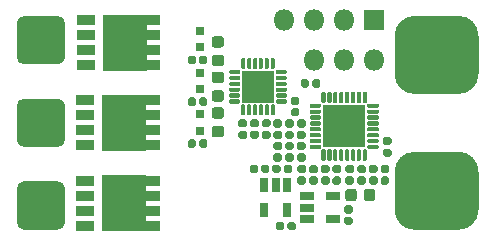
<source format=gbr>
%TF.GenerationSoftware,KiCad,Pcbnew,(5.1.6-0-10_14)*%
%TF.CreationDate,2021-03-16T08:34:44-04:00*%
%TF.ProjectId,F051_ESC,46303531-5f45-4534-932e-6b696361645f,rev?*%
%TF.SameCoordinates,Original*%
%TF.FileFunction,Soldermask,Bot*%
%TF.FilePolarity,Negative*%
%FSLAX46Y46*%
G04 Gerber Fmt 4.6, Leading zero omitted, Abs format (unit mm)*
G04 Created by KiCad (PCBNEW (5.1.6-0-10_14)) date 2021-03-16 08:34:44*
%MOMM*%
%LPD*%
G01*
G04 APERTURE LIST*
%ADD10O,1.801600X1.801600*%
%ADD11R,1.801600X1.801600*%
%ADD12R,3.851600X4.801600*%
%ADD13R,1.151600X0.951600*%
%ADD14R,1.551600X0.951600*%
%ADD15R,0.751600X1.161600*%
%ADD16R,1.161600X0.751600*%
%ADD17R,0.801600X0.701600*%
%ADD18R,3.551600X3.551600*%
%ADD19R,2.801600X2.801600*%
G04 APERTURE END LIST*
D10*
%TO.C,J3*%
X242550000Y-71330000D03*
X245090000Y-71330000D03*
X247630000Y-71330000D03*
D11*
X250170000Y-71330000D03*
%TD*%
D12*
%TO.C,Q5*%
X229050000Y-86800000D03*
D13*
X231450000Y-88705000D03*
X231450000Y-87435000D03*
X231450000Y-86165000D03*
X231450000Y-84895000D03*
D14*
X225750000Y-84895000D03*
X225750000Y-86165000D03*
X225750000Y-87435000D03*
X225750000Y-88705000D03*
%TD*%
D15*
%TO.C,U7*%
X240920000Y-87420000D03*
X242820000Y-87420000D03*
X242820000Y-85220000D03*
X241870000Y-85220000D03*
X240920000Y-85220000D03*
%TD*%
D10*
%TO.C,J6*%
X245090000Y-74710000D03*
X247630000Y-74710000D03*
X250170000Y-74710000D03*
%TD*%
%TO.C,C2*%
G36*
G01*
X244700800Y-76462100D02*
X244700800Y-76857900D01*
G75*
G02*
X244527900Y-77030800I-172900J0D01*
G01*
X244182100Y-77030800D01*
G75*
G02*
X244009200Y-76857900I0J172900D01*
G01*
X244009200Y-76462100D01*
G75*
G02*
X244182100Y-76289200I172900J0D01*
G01*
X244527900Y-76289200D01*
G75*
G02*
X244700800Y-76462100I0J-172900D01*
G01*
G37*
G36*
G01*
X245670800Y-76462100D02*
X245670800Y-76857900D01*
G75*
G02*
X245497900Y-77030800I-172900J0D01*
G01*
X245152100Y-77030800D01*
G75*
G02*
X244979200Y-76857900I0J172900D01*
G01*
X244979200Y-76462100D01*
G75*
G02*
X245152100Y-76289200I172900J0D01*
G01*
X245497900Y-76289200D01*
G75*
G02*
X245670800Y-76462100I0J-172900D01*
G01*
G37*
%TD*%
%TO.C,J1*%
G36*
G01*
X257400400Y-77550800D02*
X253599600Y-77550800D01*
G75*
G02*
X251949200Y-75900400I0J1650400D01*
G01*
X251949200Y-72599600D01*
G75*
G02*
X253599600Y-70949200I1650400J0D01*
G01*
X257400400Y-70949200D01*
G75*
G02*
X259050800Y-72599600I0J-1650400D01*
G01*
X259050800Y-75900400D01*
G75*
G02*
X257400400Y-77550800I-1650400J0D01*
G01*
G37*
G36*
G01*
X257400400Y-89050800D02*
X253599600Y-89050800D01*
G75*
G02*
X251949200Y-87400400I0J1650400D01*
G01*
X251949200Y-84099600D01*
G75*
G02*
X253599600Y-82449200I1650400J0D01*
G01*
X257400400Y-82449200D01*
G75*
G02*
X259050800Y-84099600I0J-1650400D01*
G01*
X259050800Y-87400400D01*
G75*
G02*
X257400400Y-89050800I-1650400J0D01*
G01*
G37*
%TD*%
%TO.C,R3*%
G36*
G01*
X242569200Y-84097900D02*
X242569200Y-83702100D01*
G75*
G02*
X242742100Y-83529200I172900J0D01*
G01*
X243087900Y-83529200D01*
G75*
G02*
X243260800Y-83702100I0J-172900D01*
G01*
X243260800Y-84097900D01*
G75*
G02*
X243087900Y-84270800I-172900J0D01*
G01*
X242742100Y-84270800D01*
G75*
G02*
X242569200Y-84097900I0J172900D01*
G01*
G37*
G36*
G01*
X241599200Y-84097900D02*
X241599200Y-83702100D01*
G75*
G02*
X241772100Y-83529200I172900J0D01*
G01*
X242117900Y-83529200D01*
G75*
G02*
X242290800Y-83702100I0J-172900D01*
G01*
X242290800Y-84097900D01*
G75*
G02*
X242117900Y-84270800I-172900J0D01*
G01*
X241772100Y-84270800D01*
G75*
G02*
X241599200Y-84097900I0J172900D01*
G01*
G37*
%TD*%
%TO.C,C8*%
G36*
G01*
X240659200Y-84097900D02*
X240659200Y-83702100D01*
G75*
G02*
X240832100Y-83529200I172900J0D01*
G01*
X241177900Y-83529200D01*
G75*
G02*
X241350800Y-83702100I0J-172900D01*
G01*
X241350800Y-84097900D01*
G75*
G02*
X241177900Y-84270800I-172900J0D01*
G01*
X240832100Y-84270800D01*
G75*
G02*
X240659200Y-84097900I0J172900D01*
G01*
G37*
G36*
G01*
X239689200Y-84097900D02*
X239689200Y-83702100D01*
G75*
G02*
X239862100Y-83529200I172900J0D01*
G01*
X240207900Y-83529200D01*
G75*
G02*
X240380800Y-83702100I0J-172900D01*
G01*
X240380800Y-84097900D01*
G75*
G02*
X240207900Y-84270800I-172900J0D01*
G01*
X239862100Y-84270800D01*
G75*
G02*
X239689200Y-84097900I0J172900D01*
G01*
G37*
%TD*%
%TO.C,R2*%
G36*
G01*
X242600800Y-88542100D02*
X242600800Y-88937900D01*
G75*
G02*
X242427900Y-89110800I-172900J0D01*
G01*
X242082100Y-89110800D01*
G75*
G02*
X241909200Y-88937900I0J172900D01*
G01*
X241909200Y-88542100D01*
G75*
G02*
X242082100Y-88369200I172900J0D01*
G01*
X242427900Y-88369200D01*
G75*
G02*
X242600800Y-88542100I0J-172900D01*
G01*
G37*
G36*
G01*
X243570800Y-88542100D02*
X243570800Y-88937900D01*
G75*
G02*
X243397900Y-89110800I-172900J0D01*
G01*
X243052100Y-89110800D01*
G75*
G02*
X242879200Y-88937900I0J172900D01*
G01*
X242879200Y-88542100D01*
G75*
G02*
X243052100Y-88369200I172900J0D01*
G01*
X243397900Y-88369200D01*
G75*
G02*
X243570800Y-88542100I0J-172900D01*
G01*
G37*
%TD*%
%TO.C,C7*%
G36*
G01*
X247842100Y-87959200D02*
X248237900Y-87959200D01*
G75*
G02*
X248410800Y-88132100I0J-172900D01*
G01*
X248410800Y-88477900D01*
G75*
G02*
X248237900Y-88650800I-172900J0D01*
G01*
X247842100Y-88650800D01*
G75*
G02*
X247669200Y-88477900I0J172900D01*
G01*
X247669200Y-88132100D01*
G75*
G02*
X247842100Y-87959200I172900J0D01*
G01*
G37*
G36*
G01*
X247842100Y-86989200D02*
X248237900Y-86989200D01*
G75*
G02*
X248410800Y-87162100I0J-172900D01*
G01*
X248410800Y-87507900D01*
G75*
G02*
X248237900Y-87680800I-172900J0D01*
G01*
X247842100Y-87680800D01*
G75*
G02*
X247669200Y-87507900I0J172900D01*
G01*
X247669200Y-87162100D01*
G75*
G02*
X247842100Y-86989200I172900J0D01*
G01*
G37*
%TD*%
%TO.C,FB1*%
G36*
G01*
X249349200Y-86391650D02*
X249349200Y-85828350D01*
G75*
G02*
X249593350Y-85584200I244150J0D01*
G01*
X250081650Y-85584200D01*
G75*
G02*
X250325800Y-85828350I0J-244150D01*
G01*
X250325800Y-86391650D01*
G75*
G02*
X250081650Y-86635800I-244150J0D01*
G01*
X249593350Y-86635800D01*
G75*
G02*
X249349200Y-86391650I0J244150D01*
G01*
G37*
G36*
G01*
X247774200Y-86391650D02*
X247774200Y-85828350D01*
G75*
G02*
X248018350Y-85584200I244150J0D01*
G01*
X248506650Y-85584200D01*
G75*
G02*
X248750800Y-85828350I0J-244150D01*
G01*
X248750800Y-86391650D01*
G75*
G02*
X248506650Y-86635800I-244150J0D01*
G01*
X248018350Y-86635800D01*
G75*
G02*
X247774200Y-86391650I0J244150D01*
G01*
G37*
%TD*%
%TO.C,C6*%
G36*
G01*
X248952100Y-84539200D02*
X249347900Y-84539200D01*
G75*
G02*
X249520800Y-84712100I0J-172900D01*
G01*
X249520800Y-85057900D01*
G75*
G02*
X249347900Y-85230800I-172900J0D01*
G01*
X248952100Y-85230800D01*
G75*
G02*
X248779200Y-85057900I0J172900D01*
G01*
X248779200Y-84712100D01*
G75*
G02*
X248952100Y-84539200I172900J0D01*
G01*
G37*
G36*
G01*
X248952100Y-83569200D02*
X249347900Y-83569200D01*
G75*
G02*
X249520800Y-83742100I0J-172900D01*
G01*
X249520800Y-84087900D01*
G75*
G02*
X249347900Y-84260800I-172900J0D01*
G01*
X248952100Y-84260800D01*
G75*
G02*
X248779200Y-84087900I0J172900D01*
G01*
X248779200Y-83742100D01*
G75*
G02*
X248952100Y-83569200I172900J0D01*
G01*
G37*
%TD*%
D16*
%TO.C,U5*%
X246720000Y-88130000D03*
X246720000Y-86230000D03*
X244520000Y-86230000D03*
X244520000Y-87180000D03*
X244520000Y-88130000D03*
%TD*%
D17*
%TO.C,D4*%
X235500000Y-79290000D03*
X235500000Y-80690000D03*
%TD*%
%TO.C,D3*%
X235500000Y-72210000D03*
X235500000Y-73610000D03*
%TD*%
%TO.C,D2*%
X235500000Y-75750000D03*
X235500000Y-77150000D03*
%TD*%
%TO.C,J4*%
G36*
G01*
X223435560Y-75050800D02*
X220564440Y-75050800D01*
G75*
G02*
X219949200Y-74435560I0J615240D01*
G01*
X219949200Y-71564440D01*
G75*
G02*
X220564440Y-70949200I615240J0D01*
G01*
X223435560Y-70949200D01*
G75*
G02*
X224050800Y-71564440I0J-615240D01*
G01*
X224050800Y-74435560D01*
G75*
G02*
X223435560Y-75050800I-615240J0D01*
G01*
G37*
G36*
G01*
X223435560Y-82050800D02*
X220564440Y-82050800D01*
G75*
G02*
X219949200Y-81435560I0J615240D01*
G01*
X219949200Y-78564440D01*
G75*
G02*
X220564440Y-77949200I615240J0D01*
G01*
X223435560Y-77949200D01*
G75*
G02*
X224050800Y-78564440I0J-615240D01*
G01*
X224050800Y-81435560D01*
G75*
G02*
X223435560Y-82050800I-615240J0D01*
G01*
G37*
G36*
G01*
X223435560Y-89050800D02*
X220564440Y-89050800D01*
G75*
G02*
X219949200Y-88435560I0J615240D01*
G01*
X219949200Y-85564440D01*
G75*
G02*
X220564440Y-84949200I615240J0D01*
G01*
X223435560Y-84949200D01*
G75*
G02*
X224050800Y-85564440I0J-615240D01*
G01*
X224050800Y-88435560D01*
G75*
G02*
X223435560Y-89050800I-615240J0D01*
G01*
G37*
%TD*%
%TO.C,C12*%
G36*
G01*
X236698350Y-77239200D02*
X237261650Y-77239200D01*
G75*
G02*
X237505800Y-77483350I0J-244150D01*
G01*
X237505800Y-77971650D01*
G75*
G02*
X237261650Y-78215800I-244150J0D01*
G01*
X236698350Y-78215800D01*
G75*
G02*
X236454200Y-77971650I0J244150D01*
G01*
X236454200Y-77483350D01*
G75*
G02*
X236698350Y-77239200I244150J0D01*
G01*
G37*
G36*
G01*
X236698350Y-75664200D02*
X237261650Y-75664200D01*
G75*
G02*
X237505800Y-75908350I0J-244150D01*
G01*
X237505800Y-76396650D01*
G75*
G02*
X237261650Y-76640800I-244150J0D01*
G01*
X236698350Y-76640800D01*
G75*
G02*
X236454200Y-76396650I0J244150D01*
G01*
X236454200Y-75908350D01*
G75*
G02*
X236698350Y-75664200I244150J0D01*
G01*
G37*
%TD*%
%TO.C,C11*%
G36*
G01*
X243322100Y-78769200D02*
X243717900Y-78769200D01*
G75*
G02*
X243890800Y-78942100I0J-172900D01*
G01*
X243890800Y-79287900D01*
G75*
G02*
X243717900Y-79460800I-172900J0D01*
G01*
X243322100Y-79460800D01*
G75*
G02*
X243149200Y-79287900I0J172900D01*
G01*
X243149200Y-78942100D01*
G75*
G02*
X243322100Y-78769200I172900J0D01*
G01*
G37*
G36*
G01*
X243322100Y-77799200D02*
X243717900Y-77799200D01*
G75*
G02*
X243890800Y-77972100I0J-172900D01*
G01*
X243890800Y-78317900D01*
G75*
G02*
X243717900Y-78490800I-172900J0D01*
G01*
X243322100Y-78490800D01*
G75*
G02*
X243149200Y-78317900I0J172900D01*
G01*
X243149200Y-77972100D01*
G75*
G02*
X243322100Y-77799200I172900J0D01*
G01*
G37*
%TD*%
%TO.C,R15*%
G36*
G01*
X242852100Y-82589200D02*
X243247900Y-82589200D01*
G75*
G02*
X243420800Y-82762100I0J-172900D01*
G01*
X243420800Y-83107900D01*
G75*
G02*
X243247900Y-83280800I-172900J0D01*
G01*
X242852100Y-83280800D01*
G75*
G02*
X242679200Y-83107900I0J172900D01*
G01*
X242679200Y-82762100D01*
G75*
G02*
X242852100Y-82589200I172900J0D01*
G01*
G37*
G36*
G01*
X242852100Y-81619200D02*
X243247900Y-81619200D01*
G75*
G02*
X243420800Y-81792100I0J-172900D01*
G01*
X243420800Y-82137900D01*
G75*
G02*
X243247900Y-82310800I-172900J0D01*
G01*
X242852100Y-82310800D01*
G75*
G02*
X242679200Y-82137900I0J172900D01*
G01*
X242679200Y-81792100D01*
G75*
G02*
X242852100Y-81619200I172900J0D01*
G01*
G37*
%TD*%
D12*
%TO.C,Q3*%
X229050000Y-80000000D03*
D13*
X231450000Y-81905000D03*
X231450000Y-80635000D03*
X231450000Y-79365000D03*
X231450000Y-78095000D03*
D14*
X225750000Y-78095000D03*
X225750000Y-79365000D03*
X225750000Y-80635000D03*
X225750000Y-81905000D03*
%TD*%
D12*
%TO.C,Q1*%
X229090000Y-73200000D03*
D13*
X231490000Y-75105000D03*
X231490000Y-73835000D03*
X231490000Y-72565000D03*
X231490000Y-71295000D03*
D14*
X225790000Y-71295000D03*
X225790000Y-72565000D03*
X225790000Y-73835000D03*
X225790000Y-75105000D03*
%TD*%
%TO.C,C1*%
G36*
G01*
X250932100Y-84539200D02*
X251327900Y-84539200D01*
G75*
G02*
X251500800Y-84712100I0J-172900D01*
G01*
X251500800Y-85057900D01*
G75*
G02*
X251327900Y-85230800I-172900J0D01*
G01*
X250932100Y-85230800D01*
G75*
G02*
X250759200Y-85057900I0J172900D01*
G01*
X250759200Y-84712100D01*
G75*
G02*
X250932100Y-84539200I172900J0D01*
G01*
G37*
G36*
G01*
X250932100Y-83569200D02*
X251327900Y-83569200D01*
G75*
G02*
X251500800Y-83742100I0J-172900D01*
G01*
X251500800Y-84087900D01*
G75*
G02*
X251327900Y-84260800I-172900J0D01*
G01*
X250932100Y-84260800D01*
G75*
G02*
X250759200Y-84087900I0J172900D01*
G01*
X250759200Y-83742100D01*
G75*
G02*
X250932100Y-83569200I172900J0D01*
G01*
G37*
%TD*%
%TO.C,R24*%
G36*
G01*
X243892100Y-84539200D02*
X244287900Y-84539200D01*
G75*
G02*
X244460800Y-84712100I0J-172900D01*
G01*
X244460800Y-85057900D01*
G75*
G02*
X244287900Y-85230800I-172900J0D01*
G01*
X243892100Y-85230800D01*
G75*
G02*
X243719200Y-85057900I0J172900D01*
G01*
X243719200Y-84712100D01*
G75*
G02*
X243892100Y-84539200I172900J0D01*
G01*
G37*
G36*
G01*
X243892100Y-83569200D02*
X244287900Y-83569200D01*
G75*
G02*
X244460800Y-83742100I0J-172900D01*
G01*
X244460800Y-84087900D01*
G75*
G02*
X244287900Y-84260800I-172900J0D01*
G01*
X243892100Y-84260800D01*
G75*
G02*
X243719200Y-84087900I0J172900D01*
G01*
X243719200Y-83742100D01*
G75*
G02*
X243892100Y-83569200I172900J0D01*
G01*
G37*
%TD*%
%TO.C,R23*%
G36*
G01*
X251122100Y-82179200D02*
X251517900Y-82179200D01*
G75*
G02*
X251690800Y-82352100I0J-172900D01*
G01*
X251690800Y-82697900D01*
G75*
G02*
X251517900Y-82870800I-172900J0D01*
G01*
X251122100Y-82870800D01*
G75*
G02*
X250949200Y-82697900I0J172900D01*
G01*
X250949200Y-82352100D01*
G75*
G02*
X251122100Y-82179200I172900J0D01*
G01*
G37*
G36*
G01*
X251122100Y-81209200D02*
X251517900Y-81209200D01*
G75*
G02*
X251690800Y-81382100I0J-172900D01*
G01*
X251690800Y-81727900D01*
G75*
G02*
X251517900Y-81900800I-172900J0D01*
G01*
X251122100Y-81900800D01*
G75*
G02*
X250949200Y-81727900I0J172900D01*
G01*
X250949200Y-81382100D01*
G75*
G02*
X251122100Y-81209200I172900J0D01*
G01*
G37*
%TD*%
%TO.C,R21*%
G36*
G01*
X244882100Y-84539200D02*
X245277900Y-84539200D01*
G75*
G02*
X245450800Y-84712100I0J-172900D01*
G01*
X245450800Y-85057900D01*
G75*
G02*
X245277900Y-85230800I-172900J0D01*
G01*
X244882100Y-85230800D01*
G75*
G02*
X244709200Y-85057900I0J172900D01*
G01*
X244709200Y-84712100D01*
G75*
G02*
X244882100Y-84539200I172900J0D01*
G01*
G37*
G36*
G01*
X244882100Y-83569200D02*
X245277900Y-83569200D01*
G75*
G02*
X245450800Y-83742100I0J-172900D01*
G01*
X245450800Y-84087900D01*
G75*
G02*
X245277900Y-84260800I-172900J0D01*
G01*
X244882100Y-84260800D01*
G75*
G02*
X244709200Y-84087900I0J172900D01*
G01*
X244709200Y-83742100D01*
G75*
G02*
X244882100Y-83569200I172900J0D01*
G01*
G37*
%TD*%
%TO.C,R20*%
G36*
G01*
X244237900Y-82310800D02*
X243842100Y-82310800D01*
G75*
G02*
X243669200Y-82137900I0J172900D01*
G01*
X243669200Y-81792100D01*
G75*
G02*
X243842100Y-81619200I172900J0D01*
G01*
X244237900Y-81619200D01*
G75*
G02*
X244410800Y-81792100I0J-172900D01*
G01*
X244410800Y-82137900D01*
G75*
G02*
X244237900Y-82310800I-172900J0D01*
G01*
G37*
G36*
G01*
X244237900Y-83280800D02*
X243842100Y-83280800D01*
G75*
G02*
X243669200Y-83107900I0J172900D01*
G01*
X243669200Y-82762100D01*
G75*
G02*
X243842100Y-82589200I172900J0D01*
G01*
X244237900Y-82589200D01*
G75*
G02*
X244410800Y-82762100I0J-172900D01*
G01*
X244410800Y-83107900D01*
G75*
G02*
X244237900Y-83280800I-172900J0D01*
G01*
G37*
%TD*%
%TO.C,R19*%
G36*
G01*
X247257900Y-84260800D02*
X246862100Y-84260800D01*
G75*
G02*
X246689200Y-84087900I0J172900D01*
G01*
X246689200Y-83742100D01*
G75*
G02*
X246862100Y-83569200I172900J0D01*
G01*
X247257900Y-83569200D01*
G75*
G02*
X247430800Y-83742100I0J-172900D01*
G01*
X247430800Y-84087900D01*
G75*
G02*
X247257900Y-84260800I-172900J0D01*
G01*
G37*
G36*
G01*
X247257900Y-85230800D02*
X246862100Y-85230800D01*
G75*
G02*
X246689200Y-85057900I0J172900D01*
G01*
X246689200Y-84712100D01*
G75*
G02*
X246862100Y-84539200I172900J0D01*
G01*
X247257900Y-84539200D01*
G75*
G02*
X247430800Y-84712100I0J-172900D01*
G01*
X247430800Y-85057900D01*
G75*
G02*
X247257900Y-85230800I-172900J0D01*
G01*
G37*
%TD*%
%TO.C,R18*%
G36*
G01*
X246267900Y-84260800D02*
X245872100Y-84260800D01*
G75*
G02*
X245699200Y-84087900I0J172900D01*
G01*
X245699200Y-83742100D01*
G75*
G02*
X245872100Y-83569200I172900J0D01*
G01*
X246267900Y-83569200D01*
G75*
G02*
X246440800Y-83742100I0J-172900D01*
G01*
X246440800Y-84087900D01*
G75*
G02*
X246267900Y-84260800I-172900J0D01*
G01*
G37*
G36*
G01*
X246267900Y-85230800D02*
X245872100Y-85230800D01*
G75*
G02*
X245699200Y-85057900I0J172900D01*
G01*
X245699200Y-84712100D01*
G75*
G02*
X245872100Y-84539200I172900J0D01*
G01*
X246267900Y-84539200D01*
G75*
G02*
X246440800Y-84712100I0J-172900D01*
G01*
X246440800Y-85057900D01*
G75*
G02*
X246267900Y-85230800I-172900J0D01*
G01*
G37*
%TD*%
%TO.C,R17*%
G36*
G01*
X241862100Y-82589200D02*
X242257900Y-82589200D01*
G75*
G02*
X242430800Y-82762100I0J-172900D01*
G01*
X242430800Y-83107900D01*
G75*
G02*
X242257900Y-83280800I-172900J0D01*
G01*
X241862100Y-83280800D01*
G75*
G02*
X241689200Y-83107900I0J172900D01*
G01*
X241689200Y-82762100D01*
G75*
G02*
X241862100Y-82589200I172900J0D01*
G01*
G37*
G36*
G01*
X241862100Y-81619200D02*
X242257900Y-81619200D01*
G75*
G02*
X242430800Y-81792100I0J-172900D01*
G01*
X242430800Y-82137900D01*
G75*
G02*
X242257900Y-82310800I-172900J0D01*
G01*
X241862100Y-82310800D01*
G75*
G02*
X241689200Y-82137900I0J172900D01*
G01*
X241689200Y-81792100D01*
G75*
G02*
X241862100Y-81619200I172900J0D01*
G01*
G37*
%TD*%
%TO.C,R16*%
G36*
G01*
X243842100Y-80679200D02*
X244237900Y-80679200D01*
G75*
G02*
X244410800Y-80852100I0J-172900D01*
G01*
X244410800Y-81197900D01*
G75*
G02*
X244237900Y-81370800I-172900J0D01*
G01*
X243842100Y-81370800D01*
G75*
G02*
X243669200Y-81197900I0J172900D01*
G01*
X243669200Y-80852100D01*
G75*
G02*
X243842100Y-80679200I172900J0D01*
G01*
G37*
G36*
G01*
X243842100Y-79709200D02*
X244237900Y-79709200D01*
G75*
G02*
X244410800Y-79882100I0J-172900D01*
G01*
X244410800Y-80227900D01*
G75*
G02*
X244237900Y-80400800I-172900J0D01*
G01*
X243842100Y-80400800D01*
G75*
G02*
X243669200Y-80227900I0J172900D01*
G01*
X243669200Y-79882100D01*
G75*
G02*
X243842100Y-79709200I172900J0D01*
G01*
G37*
%TD*%
%TO.C,R14*%
G36*
G01*
X242257900Y-80400800D02*
X241862100Y-80400800D01*
G75*
G02*
X241689200Y-80227900I0J172900D01*
G01*
X241689200Y-79882100D01*
G75*
G02*
X241862100Y-79709200I172900J0D01*
G01*
X242257900Y-79709200D01*
G75*
G02*
X242430800Y-79882100I0J-172900D01*
G01*
X242430800Y-80227900D01*
G75*
G02*
X242257900Y-80400800I-172900J0D01*
G01*
G37*
G36*
G01*
X242257900Y-81370800D02*
X241862100Y-81370800D01*
G75*
G02*
X241689200Y-81197900I0J172900D01*
G01*
X241689200Y-80852100D01*
G75*
G02*
X241862100Y-80679200I172900J0D01*
G01*
X242257900Y-80679200D01*
G75*
G02*
X242430800Y-80852100I0J-172900D01*
G01*
X242430800Y-81197900D01*
G75*
G02*
X242257900Y-81370800I-172900J0D01*
G01*
G37*
%TD*%
%TO.C,R13*%
G36*
G01*
X243247900Y-80400800D02*
X242852100Y-80400800D01*
G75*
G02*
X242679200Y-80227900I0J172900D01*
G01*
X242679200Y-79882100D01*
G75*
G02*
X242852100Y-79709200I172900J0D01*
G01*
X243247900Y-79709200D01*
G75*
G02*
X243420800Y-79882100I0J-172900D01*
G01*
X243420800Y-80227900D01*
G75*
G02*
X243247900Y-80400800I-172900J0D01*
G01*
G37*
G36*
G01*
X243247900Y-81370800D02*
X242852100Y-81370800D01*
G75*
G02*
X242679200Y-81197900I0J172900D01*
G01*
X242679200Y-80852100D01*
G75*
G02*
X242852100Y-80679200I172900J0D01*
G01*
X243247900Y-80679200D01*
G75*
G02*
X243420800Y-80852100I0J-172900D01*
G01*
X243420800Y-81197900D01*
G75*
G02*
X243247900Y-81370800I-172900J0D01*
G01*
G37*
%TD*%
%TO.C,R12*%
G36*
G01*
X241267900Y-80390800D02*
X240872100Y-80390800D01*
G75*
G02*
X240699200Y-80217900I0J172900D01*
G01*
X240699200Y-79872100D01*
G75*
G02*
X240872100Y-79699200I172900J0D01*
G01*
X241267900Y-79699200D01*
G75*
G02*
X241440800Y-79872100I0J-172900D01*
G01*
X241440800Y-80217900D01*
G75*
G02*
X241267900Y-80390800I-172900J0D01*
G01*
G37*
G36*
G01*
X241267900Y-81360800D02*
X240872100Y-81360800D01*
G75*
G02*
X240699200Y-81187900I0J172900D01*
G01*
X240699200Y-80842100D01*
G75*
G02*
X240872100Y-80669200I172900J0D01*
G01*
X241267900Y-80669200D01*
G75*
G02*
X241440800Y-80842100I0J-172900D01*
G01*
X241440800Y-81187900D01*
G75*
G02*
X241267900Y-81360800I-172900J0D01*
G01*
G37*
%TD*%
%TO.C,R11*%
G36*
G01*
X235409200Y-81957900D02*
X235409200Y-81562100D01*
G75*
G02*
X235582100Y-81389200I172900J0D01*
G01*
X235927900Y-81389200D01*
G75*
G02*
X236100800Y-81562100I0J-172900D01*
G01*
X236100800Y-81957900D01*
G75*
G02*
X235927900Y-82130800I-172900J0D01*
G01*
X235582100Y-82130800D01*
G75*
G02*
X235409200Y-81957900I0J172900D01*
G01*
G37*
G36*
G01*
X234439200Y-81957900D02*
X234439200Y-81562100D01*
G75*
G02*
X234612100Y-81389200I172900J0D01*
G01*
X234957900Y-81389200D01*
G75*
G02*
X235130800Y-81562100I0J-172900D01*
G01*
X235130800Y-81957900D01*
G75*
G02*
X234957900Y-82130800I-172900J0D01*
G01*
X234612100Y-82130800D01*
G75*
G02*
X234439200Y-81957900I0J172900D01*
G01*
G37*
%TD*%
%TO.C,R10*%
G36*
G01*
X240277900Y-80390800D02*
X239882100Y-80390800D01*
G75*
G02*
X239709200Y-80217900I0J172900D01*
G01*
X239709200Y-79872100D01*
G75*
G02*
X239882100Y-79699200I172900J0D01*
G01*
X240277900Y-79699200D01*
G75*
G02*
X240450800Y-79872100I0J-172900D01*
G01*
X240450800Y-80217900D01*
G75*
G02*
X240277900Y-80390800I-172900J0D01*
G01*
G37*
G36*
G01*
X240277900Y-81360800D02*
X239882100Y-81360800D01*
G75*
G02*
X239709200Y-81187900I0J172900D01*
G01*
X239709200Y-80842100D01*
G75*
G02*
X239882100Y-80669200I172900J0D01*
G01*
X240277900Y-80669200D01*
G75*
G02*
X240450800Y-80842100I0J-172900D01*
G01*
X240450800Y-81187900D01*
G75*
G02*
X240277900Y-81360800I-172900J0D01*
G01*
G37*
%TD*%
%TO.C,R9*%
G36*
G01*
X235409200Y-78417900D02*
X235409200Y-78022100D01*
G75*
G02*
X235582100Y-77849200I172900J0D01*
G01*
X235927900Y-77849200D01*
G75*
G02*
X236100800Y-78022100I0J-172900D01*
G01*
X236100800Y-78417900D01*
G75*
G02*
X235927900Y-78590800I-172900J0D01*
G01*
X235582100Y-78590800D01*
G75*
G02*
X235409200Y-78417900I0J172900D01*
G01*
G37*
G36*
G01*
X234439200Y-78417900D02*
X234439200Y-78022100D01*
G75*
G02*
X234612100Y-77849200I172900J0D01*
G01*
X234957900Y-77849200D01*
G75*
G02*
X235130800Y-78022100I0J-172900D01*
G01*
X235130800Y-78417900D01*
G75*
G02*
X234957900Y-78590800I-172900J0D01*
G01*
X234612100Y-78590800D01*
G75*
G02*
X234439200Y-78417900I0J172900D01*
G01*
G37*
%TD*%
%TO.C,R8*%
G36*
G01*
X239287900Y-80390800D02*
X238892100Y-80390800D01*
G75*
G02*
X238719200Y-80217900I0J172900D01*
G01*
X238719200Y-79872100D01*
G75*
G02*
X238892100Y-79699200I172900J0D01*
G01*
X239287900Y-79699200D01*
G75*
G02*
X239460800Y-79872100I0J-172900D01*
G01*
X239460800Y-80217900D01*
G75*
G02*
X239287900Y-80390800I-172900J0D01*
G01*
G37*
G36*
G01*
X239287900Y-81360800D02*
X238892100Y-81360800D01*
G75*
G02*
X238719200Y-81187900I0J172900D01*
G01*
X238719200Y-80842100D01*
G75*
G02*
X238892100Y-80669200I172900J0D01*
G01*
X239287900Y-80669200D01*
G75*
G02*
X239460800Y-80842100I0J-172900D01*
G01*
X239460800Y-81187900D01*
G75*
G02*
X239287900Y-81360800I-172900J0D01*
G01*
G37*
%TD*%
%TO.C,R7*%
G36*
G01*
X235409200Y-74877900D02*
X235409200Y-74482100D01*
G75*
G02*
X235582100Y-74309200I172900J0D01*
G01*
X235927900Y-74309200D01*
G75*
G02*
X236100800Y-74482100I0J-172900D01*
G01*
X236100800Y-74877900D01*
G75*
G02*
X235927900Y-75050800I-172900J0D01*
G01*
X235582100Y-75050800D01*
G75*
G02*
X235409200Y-74877900I0J172900D01*
G01*
G37*
G36*
G01*
X234439200Y-74877900D02*
X234439200Y-74482100D01*
G75*
G02*
X234612100Y-74309200I172900J0D01*
G01*
X234957900Y-74309200D01*
G75*
G02*
X235130800Y-74482100I0J-172900D01*
G01*
X235130800Y-74877900D01*
G75*
G02*
X234957900Y-75050800I-172900J0D01*
G01*
X234612100Y-75050800D01*
G75*
G02*
X234439200Y-74877900I0J172900D01*
G01*
G37*
%TD*%
%TO.C,C15*%
G36*
G01*
X249942100Y-84539200D02*
X250337900Y-84539200D01*
G75*
G02*
X250510800Y-84712100I0J-172900D01*
G01*
X250510800Y-85057900D01*
G75*
G02*
X250337900Y-85230800I-172900J0D01*
G01*
X249942100Y-85230800D01*
G75*
G02*
X249769200Y-85057900I0J172900D01*
G01*
X249769200Y-84712100D01*
G75*
G02*
X249942100Y-84539200I172900J0D01*
G01*
G37*
G36*
G01*
X249942100Y-83569200D02*
X250337900Y-83569200D01*
G75*
G02*
X250510800Y-83742100I0J-172900D01*
G01*
X250510800Y-84087900D01*
G75*
G02*
X250337900Y-84260800I-172900J0D01*
G01*
X249942100Y-84260800D01*
G75*
G02*
X249769200Y-84087900I0J172900D01*
G01*
X249769200Y-83742100D01*
G75*
G02*
X249942100Y-83569200I172900J0D01*
G01*
G37*
%TD*%
%TO.C,C14*%
G36*
G01*
X236698350Y-80249200D02*
X237261650Y-80249200D01*
G75*
G02*
X237505800Y-80493350I0J-244150D01*
G01*
X237505800Y-80981650D01*
G75*
G02*
X237261650Y-81225800I-244150J0D01*
G01*
X236698350Y-81225800D01*
G75*
G02*
X236454200Y-80981650I0J244150D01*
G01*
X236454200Y-80493350D01*
G75*
G02*
X236698350Y-80249200I244150J0D01*
G01*
G37*
G36*
G01*
X236698350Y-78674200D02*
X237261650Y-78674200D01*
G75*
G02*
X237505800Y-78918350I0J-244150D01*
G01*
X237505800Y-79406650D01*
G75*
G02*
X237261650Y-79650800I-244150J0D01*
G01*
X236698350Y-79650800D01*
G75*
G02*
X236454200Y-79406650I0J244150D01*
G01*
X236454200Y-78918350D01*
G75*
G02*
X236698350Y-78674200I244150J0D01*
G01*
G37*
%TD*%
%TO.C,C13*%
G36*
G01*
X236698350Y-74229200D02*
X237261650Y-74229200D01*
G75*
G02*
X237505800Y-74473350I0J-244150D01*
G01*
X237505800Y-74961650D01*
G75*
G02*
X237261650Y-75205800I-244150J0D01*
G01*
X236698350Y-75205800D01*
G75*
G02*
X236454200Y-74961650I0J244150D01*
G01*
X236454200Y-74473350D01*
G75*
G02*
X236698350Y-74229200I244150J0D01*
G01*
G37*
G36*
G01*
X236698350Y-72654200D02*
X237261650Y-72654200D01*
G75*
G02*
X237505800Y-72898350I0J-244150D01*
G01*
X237505800Y-73386650D01*
G75*
G02*
X237261650Y-73630800I-244150J0D01*
G01*
X236698350Y-73630800D01*
G75*
G02*
X236454200Y-73386650I0J244150D01*
G01*
X236454200Y-72898350D01*
G75*
G02*
X236698350Y-72654200I244150J0D01*
G01*
G37*
%TD*%
%TO.C,C3*%
G36*
G01*
X247962100Y-84539200D02*
X248357900Y-84539200D01*
G75*
G02*
X248530800Y-84712100I0J-172900D01*
G01*
X248530800Y-85057900D01*
G75*
G02*
X248357900Y-85230800I-172900J0D01*
G01*
X247962100Y-85230800D01*
G75*
G02*
X247789200Y-85057900I0J172900D01*
G01*
X247789200Y-84712100D01*
G75*
G02*
X247962100Y-84539200I172900J0D01*
G01*
G37*
G36*
G01*
X247962100Y-83569200D02*
X248357900Y-83569200D01*
G75*
G02*
X248530800Y-83742100I0J-172900D01*
G01*
X248530800Y-84087900D01*
G75*
G02*
X248357900Y-84260800I-172900J0D01*
G01*
X247962100Y-84260800D01*
G75*
G02*
X247789200Y-84087900I0J172900D01*
G01*
X247789200Y-83742100D01*
G75*
G02*
X247962100Y-83569200I172900J0D01*
G01*
G37*
%TD*%
%TO.C,U2*%
G36*
G01*
X249517900Y-83225800D02*
X249342100Y-83225800D01*
G75*
G02*
X249254200Y-83137900I0J87900D01*
G01*
X249254200Y-82337100D01*
G75*
G02*
X249342100Y-82249200I87900J0D01*
G01*
X249517900Y-82249200D01*
G75*
G02*
X249605800Y-82337100I0J-87900D01*
G01*
X249605800Y-83137900D01*
G75*
G02*
X249517900Y-83225800I-87900J0D01*
G01*
G37*
G36*
G01*
X249017900Y-83225800D02*
X248842100Y-83225800D01*
G75*
G02*
X248754200Y-83137900I0J87900D01*
G01*
X248754200Y-82337100D01*
G75*
G02*
X248842100Y-82249200I87900J0D01*
G01*
X249017900Y-82249200D01*
G75*
G02*
X249105800Y-82337100I0J-87900D01*
G01*
X249105800Y-83137900D01*
G75*
G02*
X249017900Y-83225800I-87900J0D01*
G01*
G37*
G36*
G01*
X248517900Y-83225800D02*
X248342100Y-83225800D01*
G75*
G02*
X248254200Y-83137900I0J87900D01*
G01*
X248254200Y-82337100D01*
G75*
G02*
X248342100Y-82249200I87900J0D01*
G01*
X248517900Y-82249200D01*
G75*
G02*
X248605800Y-82337100I0J-87900D01*
G01*
X248605800Y-83137900D01*
G75*
G02*
X248517900Y-83225800I-87900J0D01*
G01*
G37*
G36*
G01*
X248017900Y-83225800D02*
X247842100Y-83225800D01*
G75*
G02*
X247754200Y-83137900I0J87900D01*
G01*
X247754200Y-82337100D01*
G75*
G02*
X247842100Y-82249200I87900J0D01*
G01*
X248017900Y-82249200D01*
G75*
G02*
X248105800Y-82337100I0J-87900D01*
G01*
X248105800Y-83137900D01*
G75*
G02*
X248017900Y-83225800I-87900J0D01*
G01*
G37*
G36*
G01*
X247517900Y-83225800D02*
X247342100Y-83225800D01*
G75*
G02*
X247254200Y-83137900I0J87900D01*
G01*
X247254200Y-82337100D01*
G75*
G02*
X247342100Y-82249200I87900J0D01*
G01*
X247517900Y-82249200D01*
G75*
G02*
X247605800Y-82337100I0J-87900D01*
G01*
X247605800Y-83137900D01*
G75*
G02*
X247517900Y-83225800I-87900J0D01*
G01*
G37*
G36*
G01*
X247017900Y-83225800D02*
X246842100Y-83225800D01*
G75*
G02*
X246754200Y-83137900I0J87900D01*
G01*
X246754200Y-82337100D01*
G75*
G02*
X246842100Y-82249200I87900J0D01*
G01*
X247017900Y-82249200D01*
G75*
G02*
X247105800Y-82337100I0J-87900D01*
G01*
X247105800Y-83137900D01*
G75*
G02*
X247017900Y-83225800I-87900J0D01*
G01*
G37*
G36*
G01*
X246517900Y-83225800D02*
X246342100Y-83225800D01*
G75*
G02*
X246254200Y-83137900I0J87900D01*
G01*
X246254200Y-82337100D01*
G75*
G02*
X246342100Y-82249200I87900J0D01*
G01*
X246517900Y-82249200D01*
G75*
G02*
X246605800Y-82337100I0J-87900D01*
G01*
X246605800Y-83137900D01*
G75*
G02*
X246517900Y-83225800I-87900J0D01*
G01*
G37*
G36*
G01*
X246017900Y-83225800D02*
X245842100Y-83225800D01*
G75*
G02*
X245754200Y-83137900I0J87900D01*
G01*
X245754200Y-82337100D01*
G75*
G02*
X245842100Y-82249200I87900J0D01*
G01*
X246017900Y-82249200D01*
G75*
G02*
X246105800Y-82337100I0J-87900D01*
G01*
X246105800Y-83137900D01*
G75*
G02*
X246017900Y-83225800I-87900J0D01*
G01*
G37*
G36*
G01*
X245642900Y-82225800D02*
X244842100Y-82225800D01*
G75*
G02*
X244754200Y-82137900I0J87900D01*
G01*
X244754200Y-81962100D01*
G75*
G02*
X244842100Y-81874200I87900J0D01*
G01*
X245642900Y-81874200D01*
G75*
G02*
X245730800Y-81962100I0J-87900D01*
G01*
X245730800Y-82137900D01*
G75*
G02*
X245642900Y-82225800I-87900J0D01*
G01*
G37*
G36*
G01*
X245642900Y-81725800D02*
X244842100Y-81725800D01*
G75*
G02*
X244754200Y-81637900I0J87900D01*
G01*
X244754200Y-81462100D01*
G75*
G02*
X244842100Y-81374200I87900J0D01*
G01*
X245642900Y-81374200D01*
G75*
G02*
X245730800Y-81462100I0J-87900D01*
G01*
X245730800Y-81637900D01*
G75*
G02*
X245642900Y-81725800I-87900J0D01*
G01*
G37*
G36*
G01*
X245642900Y-81225800D02*
X244842100Y-81225800D01*
G75*
G02*
X244754200Y-81137900I0J87900D01*
G01*
X244754200Y-80962100D01*
G75*
G02*
X244842100Y-80874200I87900J0D01*
G01*
X245642900Y-80874200D01*
G75*
G02*
X245730800Y-80962100I0J-87900D01*
G01*
X245730800Y-81137900D01*
G75*
G02*
X245642900Y-81225800I-87900J0D01*
G01*
G37*
G36*
G01*
X245642900Y-80725800D02*
X244842100Y-80725800D01*
G75*
G02*
X244754200Y-80637900I0J87900D01*
G01*
X244754200Y-80462100D01*
G75*
G02*
X244842100Y-80374200I87900J0D01*
G01*
X245642900Y-80374200D01*
G75*
G02*
X245730800Y-80462100I0J-87900D01*
G01*
X245730800Y-80637900D01*
G75*
G02*
X245642900Y-80725800I-87900J0D01*
G01*
G37*
G36*
G01*
X245642900Y-80225800D02*
X244842100Y-80225800D01*
G75*
G02*
X244754200Y-80137900I0J87900D01*
G01*
X244754200Y-79962100D01*
G75*
G02*
X244842100Y-79874200I87900J0D01*
G01*
X245642900Y-79874200D01*
G75*
G02*
X245730800Y-79962100I0J-87900D01*
G01*
X245730800Y-80137900D01*
G75*
G02*
X245642900Y-80225800I-87900J0D01*
G01*
G37*
G36*
G01*
X245642900Y-79725800D02*
X244842100Y-79725800D01*
G75*
G02*
X244754200Y-79637900I0J87900D01*
G01*
X244754200Y-79462100D01*
G75*
G02*
X244842100Y-79374200I87900J0D01*
G01*
X245642900Y-79374200D01*
G75*
G02*
X245730800Y-79462100I0J-87900D01*
G01*
X245730800Y-79637900D01*
G75*
G02*
X245642900Y-79725800I-87900J0D01*
G01*
G37*
G36*
G01*
X245642900Y-79225800D02*
X244842100Y-79225800D01*
G75*
G02*
X244754200Y-79137900I0J87900D01*
G01*
X244754200Y-78962100D01*
G75*
G02*
X244842100Y-78874200I87900J0D01*
G01*
X245642900Y-78874200D01*
G75*
G02*
X245730800Y-78962100I0J-87900D01*
G01*
X245730800Y-79137900D01*
G75*
G02*
X245642900Y-79225800I-87900J0D01*
G01*
G37*
G36*
G01*
X245642900Y-78725800D02*
X244842100Y-78725800D01*
G75*
G02*
X244754200Y-78637900I0J87900D01*
G01*
X244754200Y-78462100D01*
G75*
G02*
X244842100Y-78374200I87900J0D01*
G01*
X245642900Y-78374200D01*
G75*
G02*
X245730800Y-78462100I0J-87900D01*
G01*
X245730800Y-78637900D01*
G75*
G02*
X245642900Y-78725800I-87900J0D01*
G01*
G37*
G36*
G01*
X246017900Y-78350800D02*
X245842100Y-78350800D01*
G75*
G02*
X245754200Y-78262900I0J87900D01*
G01*
X245754200Y-77462100D01*
G75*
G02*
X245842100Y-77374200I87900J0D01*
G01*
X246017900Y-77374200D01*
G75*
G02*
X246105800Y-77462100I0J-87900D01*
G01*
X246105800Y-78262900D01*
G75*
G02*
X246017900Y-78350800I-87900J0D01*
G01*
G37*
G36*
G01*
X246517900Y-78350800D02*
X246342100Y-78350800D01*
G75*
G02*
X246254200Y-78262900I0J87900D01*
G01*
X246254200Y-77462100D01*
G75*
G02*
X246342100Y-77374200I87900J0D01*
G01*
X246517900Y-77374200D01*
G75*
G02*
X246605800Y-77462100I0J-87900D01*
G01*
X246605800Y-78262900D01*
G75*
G02*
X246517900Y-78350800I-87900J0D01*
G01*
G37*
G36*
G01*
X247017900Y-78350800D02*
X246842100Y-78350800D01*
G75*
G02*
X246754200Y-78262900I0J87900D01*
G01*
X246754200Y-77462100D01*
G75*
G02*
X246842100Y-77374200I87900J0D01*
G01*
X247017900Y-77374200D01*
G75*
G02*
X247105800Y-77462100I0J-87900D01*
G01*
X247105800Y-78262900D01*
G75*
G02*
X247017900Y-78350800I-87900J0D01*
G01*
G37*
G36*
G01*
X247517900Y-78350800D02*
X247342100Y-78350800D01*
G75*
G02*
X247254200Y-78262900I0J87900D01*
G01*
X247254200Y-77462100D01*
G75*
G02*
X247342100Y-77374200I87900J0D01*
G01*
X247517900Y-77374200D01*
G75*
G02*
X247605800Y-77462100I0J-87900D01*
G01*
X247605800Y-78262900D01*
G75*
G02*
X247517900Y-78350800I-87900J0D01*
G01*
G37*
G36*
G01*
X248017900Y-78350800D02*
X247842100Y-78350800D01*
G75*
G02*
X247754200Y-78262900I0J87900D01*
G01*
X247754200Y-77462100D01*
G75*
G02*
X247842100Y-77374200I87900J0D01*
G01*
X248017900Y-77374200D01*
G75*
G02*
X248105800Y-77462100I0J-87900D01*
G01*
X248105800Y-78262900D01*
G75*
G02*
X248017900Y-78350800I-87900J0D01*
G01*
G37*
G36*
G01*
X248517900Y-78350800D02*
X248342100Y-78350800D01*
G75*
G02*
X248254200Y-78262900I0J87900D01*
G01*
X248254200Y-77462100D01*
G75*
G02*
X248342100Y-77374200I87900J0D01*
G01*
X248517900Y-77374200D01*
G75*
G02*
X248605800Y-77462100I0J-87900D01*
G01*
X248605800Y-78262900D01*
G75*
G02*
X248517900Y-78350800I-87900J0D01*
G01*
G37*
G36*
G01*
X249017900Y-78350800D02*
X248842100Y-78350800D01*
G75*
G02*
X248754200Y-78262900I0J87900D01*
G01*
X248754200Y-77462100D01*
G75*
G02*
X248842100Y-77374200I87900J0D01*
G01*
X249017900Y-77374200D01*
G75*
G02*
X249105800Y-77462100I0J-87900D01*
G01*
X249105800Y-78262900D01*
G75*
G02*
X249017900Y-78350800I-87900J0D01*
G01*
G37*
G36*
G01*
X249517900Y-78350800D02*
X249342100Y-78350800D01*
G75*
G02*
X249254200Y-78262900I0J87900D01*
G01*
X249254200Y-77462100D01*
G75*
G02*
X249342100Y-77374200I87900J0D01*
G01*
X249517900Y-77374200D01*
G75*
G02*
X249605800Y-77462100I0J-87900D01*
G01*
X249605800Y-78262900D01*
G75*
G02*
X249517900Y-78350800I-87900J0D01*
G01*
G37*
G36*
G01*
X250517900Y-78725800D02*
X249717100Y-78725800D01*
G75*
G02*
X249629200Y-78637900I0J87900D01*
G01*
X249629200Y-78462100D01*
G75*
G02*
X249717100Y-78374200I87900J0D01*
G01*
X250517900Y-78374200D01*
G75*
G02*
X250605800Y-78462100I0J-87900D01*
G01*
X250605800Y-78637900D01*
G75*
G02*
X250517900Y-78725800I-87900J0D01*
G01*
G37*
G36*
G01*
X250517900Y-79225800D02*
X249717100Y-79225800D01*
G75*
G02*
X249629200Y-79137900I0J87900D01*
G01*
X249629200Y-78962100D01*
G75*
G02*
X249717100Y-78874200I87900J0D01*
G01*
X250517900Y-78874200D01*
G75*
G02*
X250605800Y-78962100I0J-87900D01*
G01*
X250605800Y-79137900D01*
G75*
G02*
X250517900Y-79225800I-87900J0D01*
G01*
G37*
G36*
G01*
X250517900Y-79725800D02*
X249717100Y-79725800D01*
G75*
G02*
X249629200Y-79637900I0J87900D01*
G01*
X249629200Y-79462100D01*
G75*
G02*
X249717100Y-79374200I87900J0D01*
G01*
X250517900Y-79374200D01*
G75*
G02*
X250605800Y-79462100I0J-87900D01*
G01*
X250605800Y-79637900D01*
G75*
G02*
X250517900Y-79725800I-87900J0D01*
G01*
G37*
G36*
G01*
X250517900Y-80225800D02*
X249717100Y-80225800D01*
G75*
G02*
X249629200Y-80137900I0J87900D01*
G01*
X249629200Y-79962100D01*
G75*
G02*
X249717100Y-79874200I87900J0D01*
G01*
X250517900Y-79874200D01*
G75*
G02*
X250605800Y-79962100I0J-87900D01*
G01*
X250605800Y-80137900D01*
G75*
G02*
X250517900Y-80225800I-87900J0D01*
G01*
G37*
G36*
G01*
X250517900Y-80725800D02*
X249717100Y-80725800D01*
G75*
G02*
X249629200Y-80637900I0J87900D01*
G01*
X249629200Y-80462100D01*
G75*
G02*
X249717100Y-80374200I87900J0D01*
G01*
X250517900Y-80374200D01*
G75*
G02*
X250605800Y-80462100I0J-87900D01*
G01*
X250605800Y-80637900D01*
G75*
G02*
X250517900Y-80725800I-87900J0D01*
G01*
G37*
G36*
G01*
X250517900Y-81225800D02*
X249717100Y-81225800D01*
G75*
G02*
X249629200Y-81137900I0J87900D01*
G01*
X249629200Y-80962100D01*
G75*
G02*
X249717100Y-80874200I87900J0D01*
G01*
X250517900Y-80874200D01*
G75*
G02*
X250605800Y-80962100I0J-87900D01*
G01*
X250605800Y-81137900D01*
G75*
G02*
X250517900Y-81225800I-87900J0D01*
G01*
G37*
G36*
G01*
X250517900Y-81725800D02*
X249717100Y-81725800D01*
G75*
G02*
X249629200Y-81637900I0J87900D01*
G01*
X249629200Y-81462100D01*
G75*
G02*
X249717100Y-81374200I87900J0D01*
G01*
X250517900Y-81374200D01*
G75*
G02*
X250605800Y-81462100I0J-87900D01*
G01*
X250605800Y-81637900D01*
G75*
G02*
X250517900Y-81725800I-87900J0D01*
G01*
G37*
G36*
G01*
X250517900Y-82225800D02*
X249717100Y-82225800D01*
G75*
G02*
X249629200Y-82137900I0J87900D01*
G01*
X249629200Y-81962100D01*
G75*
G02*
X249717100Y-81874200I87900J0D01*
G01*
X250517900Y-81874200D01*
G75*
G02*
X250605800Y-81962100I0J-87900D01*
G01*
X250605800Y-82137900D01*
G75*
G02*
X250517900Y-82225800I-87900J0D01*
G01*
G37*
D18*
X247680000Y-80300000D03*
%TD*%
%TO.C,U1*%
G36*
G01*
X242805800Y-75602100D02*
X242805800Y-75777900D01*
G75*
G02*
X242717900Y-75865800I-87900J0D01*
G01*
X241967100Y-75865800D01*
G75*
G02*
X241879200Y-75777900I0J87900D01*
G01*
X241879200Y-75602100D01*
G75*
G02*
X241967100Y-75514200I87900J0D01*
G01*
X242717900Y-75514200D01*
G75*
G02*
X242805800Y-75602100I0J-87900D01*
G01*
G37*
G36*
G01*
X242805800Y-76102100D02*
X242805800Y-76277900D01*
G75*
G02*
X242717900Y-76365800I-87900J0D01*
G01*
X241967100Y-76365800D01*
G75*
G02*
X241879200Y-76277900I0J87900D01*
G01*
X241879200Y-76102100D01*
G75*
G02*
X241967100Y-76014200I87900J0D01*
G01*
X242717900Y-76014200D01*
G75*
G02*
X242805800Y-76102100I0J-87900D01*
G01*
G37*
G36*
G01*
X242805800Y-76602100D02*
X242805800Y-76777900D01*
G75*
G02*
X242717900Y-76865800I-87900J0D01*
G01*
X241967100Y-76865800D01*
G75*
G02*
X241879200Y-76777900I0J87900D01*
G01*
X241879200Y-76602100D01*
G75*
G02*
X241967100Y-76514200I87900J0D01*
G01*
X242717900Y-76514200D01*
G75*
G02*
X242805800Y-76602100I0J-87900D01*
G01*
G37*
G36*
G01*
X242805800Y-77102100D02*
X242805800Y-77277900D01*
G75*
G02*
X242717900Y-77365800I-87900J0D01*
G01*
X241967100Y-77365800D01*
G75*
G02*
X241879200Y-77277900I0J87900D01*
G01*
X241879200Y-77102100D01*
G75*
G02*
X241967100Y-77014200I87900J0D01*
G01*
X242717900Y-77014200D01*
G75*
G02*
X242805800Y-77102100I0J-87900D01*
G01*
G37*
G36*
G01*
X242805800Y-77602100D02*
X242805800Y-77777900D01*
G75*
G02*
X242717900Y-77865800I-87900J0D01*
G01*
X241967100Y-77865800D01*
G75*
G02*
X241879200Y-77777900I0J87900D01*
G01*
X241879200Y-77602100D01*
G75*
G02*
X241967100Y-77514200I87900J0D01*
G01*
X242717900Y-77514200D01*
G75*
G02*
X242805800Y-77602100I0J-87900D01*
G01*
G37*
G36*
G01*
X242805800Y-78102100D02*
X242805800Y-78277900D01*
G75*
G02*
X242717900Y-78365800I-87900J0D01*
G01*
X241967100Y-78365800D01*
G75*
G02*
X241879200Y-78277900I0J87900D01*
G01*
X241879200Y-78102100D01*
G75*
G02*
X241967100Y-78014200I87900J0D01*
G01*
X242717900Y-78014200D01*
G75*
G02*
X242805800Y-78102100I0J-87900D01*
G01*
G37*
G36*
G01*
X241805800Y-78527100D02*
X241805800Y-79277900D01*
G75*
G02*
X241717900Y-79365800I-87900J0D01*
G01*
X241542100Y-79365800D01*
G75*
G02*
X241454200Y-79277900I0J87900D01*
G01*
X241454200Y-78527100D01*
G75*
G02*
X241542100Y-78439200I87900J0D01*
G01*
X241717900Y-78439200D01*
G75*
G02*
X241805800Y-78527100I0J-87900D01*
G01*
G37*
G36*
G01*
X241305800Y-78527100D02*
X241305800Y-79277900D01*
G75*
G02*
X241217900Y-79365800I-87900J0D01*
G01*
X241042100Y-79365800D01*
G75*
G02*
X240954200Y-79277900I0J87900D01*
G01*
X240954200Y-78527100D01*
G75*
G02*
X241042100Y-78439200I87900J0D01*
G01*
X241217900Y-78439200D01*
G75*
G02*
X241305800Y-78527100I0J-87900D01*
G01*
G37*
G36*
G01*
X240805800Y-78527100D02*
X240805800Y-79277900D01*
G75*
G02*
X240717900Y-79365800I-87900J0D01*
G01*
X240542100Y-79365800D01*
G75*
G02*
X240454200Y-79277900I0J87900D01*
G01*
X240454200Y-78527100D01*
G75*
G02*
X240542100Y-78439200I87900J0D01*
G01*
X240717900Y-78439200D01*
G75*
G02*
X240805800Y-78527100I0J-87900D01*
G01*
G37*
G36*
G01*
X240305800Y-78527100D02*
X240305800Y-79277900D01*
G75*
G02*
X240217900Y-79365800I-87900J0D01*
G01*
X240042100Y-79365800D01*
G75*
G02*
X239954200Y-79277900I0J87900D01*
G01*
X239954200Y-78527100D01*
G75*
G02*
X240042100Y-78439200I87900J0D01*
G01*
X240217900Y-78439200D01*
G75*
G02*
X240305800Y-78527100I0J-87900D01*
G01*
G37*
G36*
G01*
X239805800Y-78527100D02*
X239805800Y-79277900D01*
G75*
G02*
X239717900Y-79365800I-87900J0D01*
G01*
X239542100Y-79365800D01*
G75*
G02*
X239454200Y-79277900I0J87900D01*
G01*
X239454200Y-78527100D01*
G75*
G02*
X239542100Y-78439200I87900J0D01*
G01*
X239717900Y-78439200D01*
G75*
G02*
X239805800Y-78527100I0J-87900D01*
G01*
G37*
G36*
G01*
X239305800Y-78527100D02*
X239305800Y-79277900D01*
G75*
G02*
X239217900Y-79365800I-87900J0D01*
G01*
X239042100Y-79365800D01*
G75*
G02*
X238954200Y-79277900I0J87900D01*
G01*
X238954200Y-78527100D01*
G75*
G02*
X239042100Y-78439200I87900J0D01*
G01*
X239217900Y-78439200D01*
G75*
G02*
X239305800Y-78527100I0J-87900D01*
G01*
G37*
G36*
G01*
X238880800Y-78102100D02*
X238880800Y-78277900D01*
G75*
G02*
X238792900Y-78365800I-87900J0D01*
G01*
X238042100Y-78365800D01*
G75*
G02*
X237954200Y-78277900I0J87900D01*
G01*
X237954200Y-78102100D01*
G75*
G02*
X238042100Y-78014200I87900J0D01*
G01*
X238792900Y-78014200D01*
G75*
G02*
X238880800Y-78102100I0J-87900D01*
G01*
G37*
G36*
G01*
X238880800Y-77602100D02*
X238880800Y-77777900D01*
G75*
G02*
X238792900Y-77865800I-87900J0D01*
G01*
X238042100Y-77865800D01*
G75*
G02*
X237954200Y-77777900I0J87900D01*
G01*
X237954200Y-77602100D01*
G75*
G02*
X238042100Y-77514200I87900J0D01*
G01*
X238792900Y-77514200D01*
G75*
G02*
X238880800Y-77602100I0J-87900D01*
G01*
G37*
G36*
G01*
X238880800Y-77102100D02*
X238880800Y-77277900D01*
G75*
G02*
X238792900Y-77365800I-87900J0D01*
G01*
X238042100Y-77365800D01*
G75*
G02*
X237954200Y-77277900I0J87900D01*
G01*
X237954200Y-77102100D01*
G75*
G02*
X238042100Y-77014200I87900J0D01*
G01*
X238792900Y-77014200D01*
G75*
G02*
X238880800Y-77102100I0J-87900D01*
G01*
G37*
G36*
G01*
X238880800Y-76602100D02*
X238880800Y-76777900D01*
G75*
G02*
X238792900Y-76865800I-87900J0D01*
G01*
X238042100Y-76865800D01*
G75*
G02*
X237954200Y-76777900I0J87900D01*
G01*
X237954200Y-76602100D01*
G75*
G02*
X238042100Y-76514200I87900J0D01*
G01*
X238792900Y-76514200D01*
G75*
G02*
X238880800Y-76602100I0J-87900D01*
G01*
G37*
G36*
G01*
X238880800Y-76102100D02*
X238880800Y-76277900D01*
G75*
G02*
X238792900Y-76365800I-87900J0D01*
G01*
X238042100Y-76365800D01*
G75*
G02*
X237954200Y-76277900I0J87900D01*
G01*
X237954200Y-76102100D01*
G75*
G02*
X238042100Y-76014200I87900J0D01*
G01*
X238792900Y-76014200D01*
G75*
G02*
X238880800Y-76102100I0J-87900D01*
G01*
G37*
G36*
G01*
X238880800Y-75602100D02*
X238880800Y-75777900D01*
G75*
G02*
X238792900Y-75865800I-87900J0D01*
G01*
X238042100Y-75865800D01*
G75*
G02*
X237954200Y-75777900I0J87900D01*
G01*
X237954200Y-75602100D01*
G75*
G02*
X238042100Y-75514200I87900J0D01*
G01*
X238792900Y-75514200D01*
G75*
G02*
X238880800Y-75602100I0J-87900D01*
G01*
G37*
G36*
G01*
X239305800Y-74602100D02*
X239305800Y-75352900D01*
G75*
G02*
X239217900Y-75440800I-87900J0D01*
G01*
X239042100Y-75440800D01*
G75*
G02*
X238954200Y-75352900I0J87900D01*
G01*
X238954200Y-74602100D01*
G75*
G02*
X239042100Y-74514200I87900J0D01*
G01*
X239217900Y-74514200D01*
G75*
G02*
X239305800Y-74602100I0J-87900D01*
G01*
G37*
G36*
G01*
X239805800Y-74602100D02*
X239805800Y-75352900D01*
G75*
G02*
X239717900Y-75440800I-87900J0D01*
G01*
X239542100Y-75440800D01*
G75*
G02*
X239454200Y-75352900I0J87900D01*
G01*
X239454200Y-74602100D01*
G75*
G02*
X239542100Y-74514200I87900J0D01*
G01*
X239717900Y-74514200D01*
G75*
G02*
X239805800Y-74602100I0J-87900D01*
G01*
G37*
G36*
G01*
X240305800Y-74602100D02*
X240305800Y-75352900D01*
G75*
G02*
X240217900Y-75440800I-87900J0D01*
G01*
X240042100Y-75440800D01*
G75*
G02*
X239954200Y-75352900I0J87900D01*
G01*
X239954200Y-74602100D01*
G75*
G02*
X240042100Y-74514200I87900J0D01*
G01*
X240217900Y-74514200D01*
G75*
G02*
X240305800Y-74602100I0J-87900D01*
G01*
G37*
G36*
G01*
X240805800Y-74602100D02*
X240805800Y-75352900D01*
G75*
G02*
X240717900Y-75440800I-87900J0D01*
G01*
X240542100Y-75440800D01*
G75*
G02*
X240454200Y-75352900I0J87900D01*
G01*
X240454200Y-74602100D01*
G75*
G02*
X240542100Y-74514200I87900J0D01*
G01*
X240717900Y-74514200D01*
G75*
G02*
X240805800Y-74602100I0J-87900D01*
G01*
G37*
G36*
G01*
X241305800Y-74602100D02*
X241305800Y-75352900D01*
G75*
G02*
X241217900Y-75440800I-87900J0D01*
G01*
X241042100Y-75440800D01*
G75*
G02*
X240954200Y-75352900I0J87900D01*
G01*
X240954200Y-74602100D01*
G75*
G02*
X241042100Y-74514200I87900J0D01*
G01*
X241217900Y-74514200D01*
G75*
G02*
X241305800Y-74602100I0J-87900D01*
G01*
G37*
G36*
G01*
X241805800Y-74602100D02*
X241805800Y-75352900D01*
G75*
G02*
X241717900Y-75440800I-87900J0D01*
G01*
X241542100Y-75440800D01*
G75*
G02*
X241454200Y-75352900I0J87900D01*
G01*
X241454200Y-74602100D01*
G75*
G02*
X241542100Y-74514200I87900J0D01*
G01*
X241717900Y-74514200D01*
G75*
G02*
X241805800Y-74602100I0J-87900D01*
G01*
G37*
D19*
X240380000Y-76940000D03*
%TD*%
M02*

</source>
